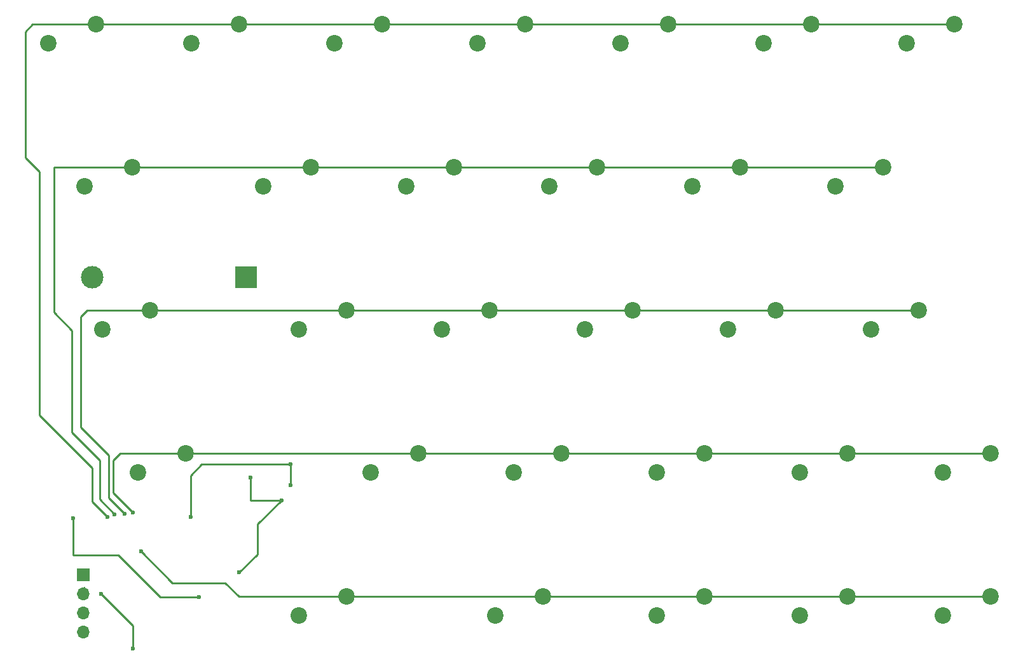
<source format=gtl>
G04 #@! TF.FileFunction,Copper,L1,Top,Signal*
%FSLAX46Y46*%
G04 Gerber Fmt 4.6, Leading zero omitted, Abs format (unit mm)*
G04 Created by KiCad (PCBNEW 4.0.7) date Wednesday, 11 April 2018 'AMt' 07:59:09*
%MOMM*%
%LPD*%
G01*
G04 APERTURE LIST*
%ADD10C,0.100000*%
%ADD11C,2.200000*%
%ADD12C,3.000000*%
%ADD13R,3.000000X3.000000*%
%ADD14R,1.700000X1.700000*%
%ADD15O,1.700000X1.700000*%
%ADD16C,0.600000*%
%ADD17C,0.250000*%
G04 APERTURE END LIST*
D10*
D11*
X45243750Y-78581250D03*
X38893750Y-81121250D03*
X66675000Y-59531250D03*
X60325000Y-62071250D03*
X38100000Y-40481250D03*
X31750000Y-43021250D03*
X66675000Y-97631250D03*
X60325000Y-100171250D03*
D12*
X32810000Y-55100000D03*
D13*
X53300000Y-55100000D03*
D14*
X31600000Y-94700000D03*
D15*
X31600000Y-97240000D03*
X31600000Y-99780000D03*
X31600000Y-102320000D03*
D11*
X33337500Y-21431250D03*
X26987500Y-23971250D03*
X40481250Y-59531250D03*
X34131250Y-62071250D03*
X52387500Y-21431250D03*
X46037500Y-23971250D03*
X61912500Y-40481250D03*
X55562500Y-43021250D03*
X76200000Y-78581250D03*
X69850000Y-81121250D03*
X71437500Y-21431250D03*
X65087500Y-23971250D03*
X80962500Y-40481250D03*
X74612500Y-43021250D03*
X85725000Y-59531250D03*
X79375000Y-62071250D03*
X95250000Y-78581250D03*
X88900000Y-81121250D03*
X92868750Y-97631250D03*
X86518750Y-100171250D03*
X90487500Y-21431250D03*
X84137500Y-23971250D03*
X100012500Y-40481250D03*
X93662500Y-43021250D03*
X104775000Y-59531250D03*
X98425000Y-62071250D03*
X114300000Y-78581250D03*
X107950000Y-81121250D03*
X114300000Y-97631250D03*
X107950000Y-100171250D03*
X109537500Y-21431250D03*
X103187500Y-23971250D03*
X119062500Y-40481250D03*
X112712500Y-43021250D03*
X123825000Y-59531250D03*
X117475000Y-62071250D03*
X133350000Y-78581250D03*
X127000000Y-81121250D03*
X133350000Y-97631250D03*
X127000000Y-100171250D03*
X128587500Y-21431250D03*
X122237500Y-23971250D03*
X138112500Y-40481250D03*
X131762500Y-43021250D03*
X142875000Y-59531250D03*
X136525000Y-62071250D03*
X152400000Y-78581250D03*
X146050000Y-81121250D03*
X147637500Y-21431250D03*
X141287500Y-23971250D03*
X152400000Y-97631250D03*
X146050000Y-100171250D03*
D16*
X53900000Y-81800000D03*
X52400000Y-94400000D03*
X58000000Y-84800000D03*
X45900000Y-87000000D03*
X59200000Y-80000000D03*
X59200000Y-82800000D03*
X38200000Y-104600000D03*
X34000000Y-97300000D03*
X47000000Y-97700000D03*
X30300000Y-87200000D03*
X34800000Y-87000000D03*
X35800000Y-86700000D03*
X37100000Y-86600000D03*
X38200000Y-86400000D03*
X39300000Y-91600000D03*
D17*
X53900000Y-81800000D02*
X53900000Y-84800000D01*
X58000000Y-84800000D02*
X53900000Y-84800000D01*
X53900000Y-84800000D02*
X53900000Y-81800000D01*
X54800000Y-92000000D02*
X52400000Y-94400000D01*
X54800000Y-88000000D02*
X54800000Y-92000000D01*
X58000000Y-84800000D02*
X54800000Y-88000000D01*
X59200000Y-80000000D02*
X47400000Y-80000000D01*
X45900000Y-81500000D02*
X45900000Y-87000000D01*
X47400000Y-80000000D02*
X45900000Y-81500000D01*
X59200000Y-82800000D02*
X59200000Y-80000000D01*
X38200000Y-101500000D02*
X38200000Y-104600000D01*
X34000000Y-97300000D02*
X38200000Y-101500000D01*
X31700000Y-96400000D02*
X31800000Y-96500000D01*
X41900000Y-97700000D02*
X47000000Y-97700000D01*
X36300000Y-92100000D02*
X41900000Y-97700000D01*
X30300000Y-92100000D02*
X36300000Y-92100000D01*
X30300000Y-87200000D02*
X30300000Y-92100000D01*
X33337500Y-21431250D02*
X24868750Y-21431250D01*
X32800000Y-85000000D02*
X34800000Y-87000000D01*
X32800000Y-80500000D02*
X32800000Y-85000000D01*
X25800000Y-73500000D02*
X32800000Y-80500000D01*
X25800000Y-41100000D02*
X25800000Y-73500000D01*
X23900000Y-39200000D02*
X25800000Y-41100000D01*
X23900000Y-22400000D02*
X23900000Y-39200000D01*
X24868750Y-21431250D02*
X23900000Y-22400000D01*
X71437500Y-21431250D02*
X90487500Y-21431250D01*
X128587500Y-21431250D02*
X109537500Y-21431250D01*
X147637500Y-21431250D02*
X128587500Y-21431250D01*
X71437500Y-21431250D02*
X128587500Y-21431250D01*
X52387500Y-21431250D02*
X71437500Y-21431250D01*
X33337500Y-21431250D02*
X52387500Y-21431250D01*
X38100000Y-40481250D02*
X27718750Y-40481250D01*
X33800000Y-84700000D02*
X35800000Y-86700000D01*
X33800000Y-79500000D02*
X33800000Y-84700000D01*
X30100000Y-75800000D02*
X33800000Y-79500000D01*
X30100000Y-62200000D02*
X30100000Y-75800000D01*
X27700000Y-59800000D02*
X30100000Y-62200000D01*
X27700000Y-40500000D02*
X27700000Y-59800000D01*
X27718750Y-40481250D02*
X27700000Y-40500000D01*
X119062500Y-40481250D02*
X138112500Y-40481250D01*
X100012500Y-40481250D02*
X119062500Y-40481250D01*
X80962500Y-40481250D02*
X100012500Y-40481250D01*
X80962500Y-40481250D02*
X61912500Y-40481250D01*
X38100000Y-40481250D02*
X61912500Y-40481250D01*
X40481250Y-59531250D02*
X32168750Y-59531250D01*
X35000000Y-84500000D02*
X37100000Y-86600000D01*
X35000000Y-78800000D02*
X35000000Y-84500000D01*
X31300000Y-75100000D02*
X35000000Y-78800000D01*
X31300000Y-60400000D02*
X31300000Y-75100000D01*
X32168750Y-59531250D02*
X31300000Y-60400000D01*
X123825000Y-59531250D02*
X142875000Y-59531250D01*
X104775000Y-59531250D02*
X123825000Y-59531250D01*
X85725000Y-59531250D02*
X104775000Y-59531250D01*
X66675000Y-59531250D02*
X85725000Y-59531250D01*
X40481250Y-59531250D02*
X66675000Y-59531250D01*
X45243750Y-78581250D02*
X36518750Y-78581250D01*
X35600000Y-83800000D02*
X38200000Y-86400000D01*
X35600000Y-79500000D02*
X35600000Y-83800000D01*
X36518750Y-78581250D02*
X35600000Y-79500000D01*
X133350000Y-78581250D02*
X152400000Y-78581250D01*
X114300000Y-78581250D02*
X133350000Y-78581250D01*
X95250000Y-78581250D02*
X114300000Y-78581250D01*
X76200000Y-78581250D02*
X95250000Y-78581250D01*
X45243750Y-78581250D02*
X76200000Y-78581250D01*
X133350000Y-97631250D02*
X152400000Y-97631250D01*
X66675000Y-97631250D02*
X52331250Y-97631250D01*
X43500000Y-95800000D02*
X39300000Y-91600000D01*
X50500000Y-95800000D02*
X43500000Y-95800000D01*
X52331250Y-97631250D02*
X50500000Y-95800000D01*
X114300000Y-97631250D02*
X133350000Y-97631250D01*
X114300000Y-97631250D02*
X92868750Y-97631250D01*
X66675000Y-97631250D02*
X92868750Y-97631250D01*
M02*

</source>
